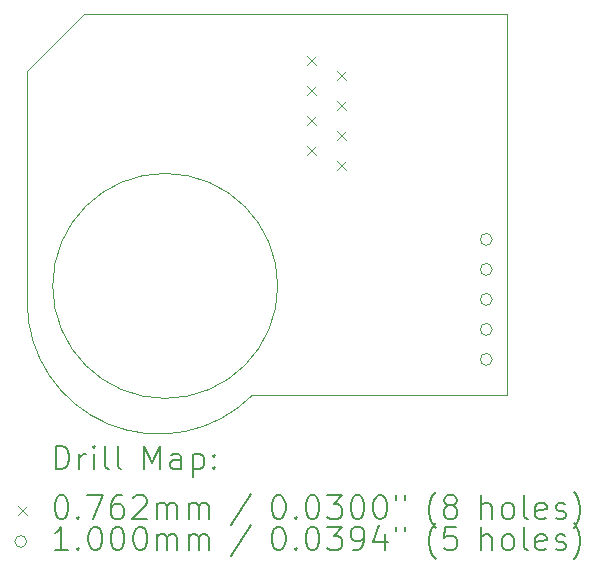
<source format=gbr>
%TF.GenerationSoftware,KiCad,Pcbnew,(7.0.0)*%
%TF.CreationDate,2023-04-04T21:04:00-04:00*%
%TF.ProjectId,StackLight,53746163-6b4c-4696-9768-742e6b696361,rev?*%
%TF.SameCoordinates,Original*%
%TF.FileFunction,Drillmap*%
%TF.FilePolarity,Positive*%
%FSLAX45Y45*%
G04 Gerber Fmt 4.5, Leading zero omitted, Abs format (unit mm)*
G04 Created by KiCad (PCBNEW (7.0.0)) date 2023-04-04 21:04:00*
%MOMM*%
%LPD*%
G01*
G04 APERTURE LIST*
%ADD10C,0.100000*%
%ADD11C,0.200000*%
%ADD12C,0.076200*%
G04 APERTURE END LIST*
D10*
X11506201Y-9931400D02*
G75*
G03*
X13411200Y-10718800I1115229J0D01*
G01*
X13627100Y-9791700D02*
G75*
G03*
X13627100Y-9791700I-952500J0D01*
G01*
X11506200Y-7975600D02*
X11506200Y-9931400D01*
X14478000Y-10718800D02*
X13411200Y-10718800D01*
X11988800Y-7493000D02*
X11506200Y-7975600D01*
X15570200Y-10718800D02*
X15570200Y-7493000D01*
X15570200Y-7493000D02*
X11988800Y-7493000D01*
X14478000Y-10718800D02*
X15570200Y-10718800D01*
D11*
D12*
X13874100Y-7845900D02*
X13950300Y-7922100D01*
X13950300Y-7845900D02*
X13874100Y-7922100D01*
X13874100Y-8099900D02*
X13950300Y-8176100D01*
X13950300Y-8099900D02*
X13874100Y-8176100D01*
X13874100Y-8353900D02*
X13950300Y-8430100D01*
X13950300Y-8353900D02*
X13874100Y-8430100D01*
X13874100Y-8607900D02*
X13950300Y-8684100D01*
X13950300Y-8607900D02*
X13874100Y-8684100D01*
X14128100Y-7972900D02*
X14204300Y-8049100D01*
X14204300Y-7972900D02*
X14128100Y-8049100D01*
X14128100Y-8226900D02*
X14204300Y-8303100D01*
X14204300Y-8226900D02*
X14128100Y-8303100D01*
X14128100Y-8480900D02*
X14204300Y-8557100D01*
X14204300Y-8480900D02*
X14128100Y-8557100D01*
X14128100Y-8734900D02*
X14204300Y-8811100D01*
X14204300Y-8734900D02*
X14128100Y-8811100D01*
D10*
X15442400Y-9398000D02*
G75*
G03*
X15442400Y-9398000I-50000J0D01*
G01*
X15442400Y-9652000D02*
G75*
G03*
X15442400Y-9652000I-50000J0D01*
G01*
X15442400Y-9906000D02*
G75*
G03*
X15442400Y-9906000I-50000J0D01*
G01*
X15442400Y-10160000D02*
G75*
G03*
X15442400Y-10160000I-50000J0D01*
G01*
X15442400Y-10414000D02*
G75*
G03*
X15442400Y-10414000I-50000J0D01*
G01*
D11*
X11748819Y-11345105D02*
X11748819Y-11145105D01*
X11748819Y-11145105D02*
X11796438Y-11145105D01*
X11796438Y-11145105D02*
X11825009Y-11154629D01*
X11825009Y-11154629D02*
X11844057Y-11173677D01*
X11844057Y-11173677D02*
X11853581Y-11192724D01*
X11853581Y-11192724D02*
X11863105Y-11230819D01*
X11863105Y-11230819D02*
X11863105Y-11259391D01*
X11863105Y-11259391D02*
X11853581Y-11297486D01*
X11853581Y-11297486D02*
X11844057Y-11316534D01*
X11844057Y-11316534D02*
X11825009Y-11335581D01*
X11825009Y-11335581D02*
X11796438Y-11345105D01*
X11796438Y-11345105D02*
X11748819Y-11345105D01*
X11948819Y-11345105D02*
X11948819Y-11211772D01*
X11948819Y-11249867D02*
X11958343Y-11230819D01*
X11958343Y-11230819D02*
X11967867Y-11221295D01*
X11967867Y-11221295D02*
X11986914Y-11211772D01*
X11986914Y-11211772D02*
X12005962Y-11211772D01*
X12072628Y-11345105D02*
X12072628Y-11211772D01*
X12072628Y-11145105D02*
X12063105Y-11154629D01*
X12063105Y-11154629D02*
X12072628Y-11164153D01*
X12072628Y-11164153D02*
X12082152Y-11154629D01*
X12082152Y-11154629D02*
X12072628Y-11145105D01*
X12072628Y-11145105D02*
X12072628Y-11164153D01*
X12196438Y-11345105D02*
X12177390Y-11335581D01*
X12177390Y-11335581D02*
X12167867Y-11316534D01*
X12167867Y-11316534D02*
X12167867Y-11145105D01*
X12301200Y-11345105D02*
X12282152Y-11335581D01*
X12282152Y-11335581D02*
X12272628Y-11316534D01*
X12272628Y-11316534D02*
X12272628Y-11145105D01*
X12497390Y-11345105D02*
X12497390Y-11145105D01*
X12497390Y-11145105D02*
X12564057Y-11287962D01*
X12564057Y-11287962D02*
X12630724Y-11145105D01*
X12630724Y-11145105D02*
X12630724Y-11345105D01*
X12811676Y-11345105D02*
X12811676Y-11240343D01*
X12811676Y-11240343D02*
X12802152Y-11221295D01*
X12802152Y-11221295D02*
X12783105Y-11211772D01*
X12783105Y-11211772D02*
X12745009Y-11211772D01*
X12745009Y-11211772D02*
X12725962Y-11221295D01*
X12811676Y-11335581D02*
X12792628Y-11345105D01*
X12792628Y-11345105D02*
X12745009Y-11345105D01*
X12745009Y-11345105D02*
X12725962Y-11335581D01*
X12725962Y-11335581D02*
X12716438Y-11316534D01*
X12716438Y-11316534D02*
X12716438Y-11297486D01*
X12716438Y-11297486D02*
X12725962Y-11278438D01*
X12725962Y-11278438D02*
X12745009Y-11268915D01*
X12745009Y-11268915D02*
X12792628Y-11268915D01*
X12792628Y-11268915D02*
X12811676Y-11259391D01*
X12906914Y-11211772D02*
X12906914Y-11411772D01*
X12906914Y-11221295D02*
X12925962Y-11211772D01*
X12925962Y-11211772D02*
X12964057Y-11211772D01*
X12964057Y-11211772D02*
X12983105Y-11221295D01*
X12983105Y-11221295D02*
X12992628Y-11230819D01*
X12992628Y-11230819D02*
X13002152Y-11249867D01*
X13002152Y-11249867D02*
X13002152Y-11307010D01*
X13002152Y-11307010D02*
X12992628Y-11326057D01*
X12992628Y-11326057D02*
X12983105Y-11335581D01*
X12983105Y-11335581D02*
X12964057Y-11345105D01*
X12964057Y-11345105D02*
X12925962Y-11345105D01*
X12925962Y-11345105D02*
X12906914Y-11335581D01*
X13087867Y-11326057D02*
X13097390Y-11335581D01*
X13097390Y-11335581D02*
X13087867Y-11345105D01*
X13087867Y-11345105D02*
X13078343Y-11335581D01*
X13078343Y-11335581D02*
X13087867Y-11326057D01*
X13087867Y-11326057D02*
X13087867Y-11345105D01*
X13087867Y-11221295D02*
X13097390Y-11230819D01*
X13097390Y-11230819D02*
X13087867Y-11240343D01*
X13087867Y-11240343D02*
X13078343Y-11230819D01*
X13078343Y-11230819D02*
X13087867Y-11221295D01*
X13087867Y-11221295D02*
X13087867Y-11240343D01*
D12*
X11425000Y-11653529D02*
X11501200Y-11729729D01*
X11501200Y-11653529D02*
X11425000Y-11729729D01*
D11*
X11786914Y-11565105D02*
X11805962Y-11565105D01*
X11805962Y-11565105D02*
X11825009Y-11574629D01*
X11825009Y-11574629D02*
X11834533Y-11584153D01*
X11834533Y-11584153D02*
X11844057Y-11603200D01*
X11844057Y-11603200D02*
X11853581Y-11641295D01*
X11853581Y-11641295D02*
X11853581Y-11688915D01*
X11853581Y-11688915D02*
X11844057Y-11727010D01*
X11844057Y-11727010D02*
X11834533Y-11746057D01*
X11834533Y-11746057D02*
X11825009Y-11755581D01*
X11825009Y-11755581D02*
X11805962Y-11765105D01*
X11805962Y-11765105D02*
X11786914Y-11765105D01*
X11786914Y-11765105D02*
X11767867Y-11755581D01*
X11767867Y-11755581D02*
X11758343Y-11746057D01*
X11758343Y-11746057D02*
X11748819Y-11727010D01*
X11748819Y-11727010D02*
X11739295Y-11688915D01*
X11739295Y-11688915D02*
X11739295Y-11641295D01*
X11739295Y-11641295D02*
X11748819Y-11603200D01*
X11748819Y-11603200D02*
X11758343Y-11584153D01*
X11758343Y-11584153D02*
X11767867Y-11574629D01*
X11767867Y-11574629D02*
X11786914Y-11565105D01*
X11939295Y-11746057D02*
X11948819Y-11755581D01*
X11948819Y-11755581D02*
X11939295Y-11765105D01*
X11939295Y-11765105D02*
X11929771Y-11755581D01*
X11929771Y-11755581D02*
X11939295Y-11746057D01*
X11939295Y-11746057D02*
X11939295Y-11765105D01*
X12015486Y-11565105D02*
X12148819Y-11565105D01*
X12148819Y-11565105D02*
X12063105Y-11765105D01*
X12310724Y-11565105D02*
X12272628Y-11565105D01*
X12272628Y-11565105D02*
X12253581Y-11574629D01*
X12253581Y-11574629D02*
X12244057Y-11584153D01*
X12244057Y-11584153D02*
X12225009Y-11612724D01*
X12225009Y-11612724D02*
X12215486Y-11650819D01*
X12215486Y-11650819D02*
X12215486Y-11727010D01*
X12215486Y-11727010D02*
X12225009Y-11746057D01*
X12225009Y-11746057D02*
X12234533Y-11755581D01*
X12234533Y-11755581D02*
X12253581Y-11765105D01*
X12253581Y-11765105D02*
X12291676Y-11765105D01*
X12291676Y-11765105D02*
X12310724Y-11755581D01*
X12310724Y-11755581D02*
X12320248Y-11746057D01*
X12320248Y-11746057D02*
X12329771Y-11727010D01*
X12329771Y-11727010D02*
X12329771Y-11679391D01*
X12329771Y-11679391D02*
X12320248Y-11660343D01*
X12320248Y-11660343D02*
X12310724Y-11650819D01*
X12310724Y-11650819D02*
X12291676Y-11641295D01*
X12291676Y-11641295D02*
X12253581Y-11641295D01*
X12253581Y-11641295D02*
X12234533Y-11650819D01*
X12234533Y-11650819D02*
X12225009Y-11660343D01*
X12225009Y-11660343D02*
X12215486Y-11679391D01*
X12405962Y-11584153D02*
X12415486Y-11574629D01*
X12415486Y-11574629D02*
X12434533Y-11565105D01*
X12434533Y-11565105D02*
X12482152Y-11565105D01*
X12482152Y-11565105D02*
X12501200Y-11574629D01*
X12501200Y-11574629D02*
X12510724Y-11584153D01*
X12510724Y-11584153D02*
X12520248Y-11603200D01*
X12520248Y-11603200D02*
X12520248Y-11622248D01*
X12520248Y-11622248D02*
X12510724Y-11650819D01*
X12510724Y-11650819D02*
X12396438Y-11765105D01*
X12396438Y-11765105D02*
X12520248Y-11765105D01*
X12605962Y-11765105D02*
X12605962Y-11631772D01*
X12605962Y-11650819D02*
X12615486Y-11641295D01*
X12615486Y-11641295D02*
X12634533Y-11631772D01*
X12634533Y-11631772D02*
X12663105Y-11631772D01*
X12663105Y-11631772D02*
X12682152Y-11641295D01*
X12682152Y-11641295D02*
X12691676Y-11660343D01*
X12691676Y-11660343D02*
X12691676Y-11765105D01*
X12691676Y-11660343D02*
X12701200Y-11641295D01*
X12701200Y-11641295D02*
X12720248Y-11631772D01*
X12720248Y-11631772D02*
X12748819Y-11631772D01*
X12748819Y-11631772D02*
X12767867Y-11641295D01*
X12767867Y-11641295D02*
X12777390Y-11660343D01*
X12777390Y-11660343D02*
X12777390Y-11765105D01*
X12872629Y-11765105D02*
X12872629Y-11631772D01*
X12872629Y-11650819D02*
X12882152Y-11641295D01*
X12882152Y-11641295D02*
X12901200Y-11631772D01*
X12901200Y-11631772D02*
X12929771Y-11631772D01*
X12929771Y-11631772D02*
X12948819Y-11641295D01*
X12948819Y-11641295D02*
X12958343Y-11660343D01*
X12958343Y-11660343D02*
X12958343Y-11765105D01*
X12958343Y-11660343D02*
X12967867Y-11641295D01*
X12967867Y-11641295D02*
X12986914Y-11631772D01*
X12986914Y-11631772D02*
X13015486Y-11631772D01*
X13015486Y-11631772D02*
X13034533Y-11641295D01*
X13034533Y-11641295D02*
X13044057Y-11660343D01*
X13044057Y-11660343D02*
X13044057Y-11765105D01*
X13402152Y-11555581D02*
X13230724Y-11812724D01*
X13626914Y-11565105D02*
X13645962Y-11565105D01*
X13645962Y-11565105D02*
X13665010Y-11574629D01*
X13665010Y-11574629D02*
X13674533Y-11584153D01*
X13674533Y-11584153D02*
X13684057Y-11603200D01*
X13684057Y-11603200D02*
X13693581Y-11641295D01*
X13693581Y-11641295D02*
X13693581Y-11688915D01*
X13693581Y-11688915D02*
X13684057Y-11727010D01*
X13684057Y-11727010D02*
X13674533Y-11746057D01*
X13674533Y-11746057D02*
X13665010Y-11755581D01*
X13665010Y-11755581D02*
X13645962Y-11765105D01*
X13645962Y-11765105D02*
X13626914Y-11765105D01*
X13626914Y-11765105D02*
X13607867Y-11755581D01*
X13607867Y-11755581D02*
X13598343Y-11746057D01*
X13598343Y-11746057D02*
X13588819Y-11727010D01*
X13588819Y-11727010D02*
X13579295Y-11688915D01*
X13579295Y-11688915D02*
X13579295Y-11641295D01*
X13579295Y-11641295D02*
X13588819Y-11603200D01*
X13588819Y-11603200D02*
X13598343Y-11584153D01*
X13598343Y-11584153D02*
X13607867Y-11574629D01*
X13607867Y-11574629D02*
X13626914Y-11565105D01*
X13779295Y-11746057D02*
X13788819Y-11755581D01*
X13788819Y-11755581D02*
X13779295Y-11765105D01*
X13779295Y-11765105D02*
X13769771Y-11755581D01*
X13769771Y-11755581D02*
X13779295Y-11746057D01*
X13779295Y-11746057D02*
X13779295Y-11765105D01*
X13912629Y-11565105D02*
X13931676Y-11565105D01*
X13931676Y-11565105D02*
X13950724Y-11574629D01*
X13950724Y-11574629D02*
X13960248Y-11584153D01*
X13960248Y-11584153D02*
X13969771Y-11603200D01*
X13969771Y-11603200D02*
X13979295Y-11641295D01*
X13979295Y-11641295D02*
X13979295Y-11688915D01*
X13979295Y-11688915D02*
X13969771Y-11727010D01*
X13969771Y-11727010D02*
X13960248Y-11746057D01*
X13960248Y-11746057D02*
X13950724Y-11755581D01*
X13950724Y-11755581D02*
X13931676Y-11765105D01*
X13931676Y-11765105D02*
X13912629Y-11765105D01*
X13912629Y-11765105D02*
X13893581Y-11755581D01*
X13893581Y-11755581D02*
X13884057Y-11746057D01*
X13884057Y-11746057D02*
X13874533Y-11727010D01*
X13874533Y-11727010D02*
X13865010Y-11688915D01*
X13865010Y-11688915D02*
X13865010Y-11641295D01*
X13865010Y-11641295D02*
X13874533Y-11603200D01*
X13874533Y-11603200D02*
X13884057Y-11584153D01*
X13884057Y-11584153D02*
X13893581Y-11574629D01*
X13893581Y-11574629D02*
X13912629Y-11565105D01*
X14045962Y-11565105D02*
X14169771Y-11565105D01*
X14169771Y-11565105D02*
X14103105Y-11641295D01*
X14103105Y-11641295D02*
X14131676Y-11641295D01*
X14131676Y-11641295D02*
X14150724Y-11650819D01*
X14150724Y-11650819D02*
X14160248Y-11660343D01*
X14160248Y-11660343D02*
X14169771Y-11679391D01*
X14169771Y-11679391D02*
X14169771Y-11727010D01*
X14169771Y-11727010D02*
X14160248Y-11746057D01*
X14160248Y-11746057D02*
X14150724Y-11755581D01*
X14150724Y-11755581D02*
X14131676Y-11765105D01*
X14131676Y-11765105D02*
X14074533Y-11765105D01*
X14074533Y-11765105D02*
X14055486Y-11755581D01*
X14055486Y-11755581D02*
X14045962Y-11746057D01*
X14293581Y-11565105D02*
X14312629Y-11565105D01*
X14312629Y-11565105D02*
X14331676Y-11574629D01*
X14331676Y-11574629D02*
X14341200Y-11584153D01*
X14341200Y-11584153D02*
X14350724Y-11603200D01*
X14350724Y-11603200D02*
X14360248Y-11641295D01*
X14360248Y-11641295D02*
X14360248Y-11688915D01*
X14360248Y-11688915D02*
X14350724Y-11727010D01*
X14350724Y-11727010D02*
X14341200Y-11746057D01*
X14341200Y-11746057D02*
X14331676Y-11755581D01*
X14331676Y-11755581D02*
X14312629Y-11765105D01*
X14312629Y-11765105D02*
X14293581Y-11765105D01*
X14293581Y-11765105D02*
X14274533Y-11755581D01*
X14274533Y-11755581D02*
X14265010Y-11746057D01*
X14265010Y-11746057D02*
X14255486Y-11727010D01*
X14255486Y-11727010D02*
X14245962Y-11688915D01*
X14245962Y-11688915D02*
X14245962Y-11641295D01*
X14245962Y-11641295D02*
X14255486Y-11603200D01*
X14255486Y-11603200D02*
X14265010Y-11584153D01*
X14265010Y-11584153D02*
X14274533Y-11574629D01*
X14274533Y-11574629D02*
X14293581Y-11565105D01*
X14484057Y-11565105D02*
X14503105Y-11565105D01*
X14503105Y-11565105D02*
X14522152Y-11574629D01*
X14522152Y-11574629D02*
X14531676Y-11584153D01*
X14531676Y-11584153D02*
X14541200Y-11603200D01*
X14541200Y-11603200D02*
X14550724Y-11641295D01*
X14550724Y-11641295D02*
X14550724Y-11688915D01*
X14550724Y-11688915D02*
X14541200Y-11727010D01*
X14541200Y-11727010D02*
X14531676Y-11746057D01*
X14531676Y-11746057D02*
X14522152Y-11755581D01*
X14522152Y-11755581D02*
X14503105Y-11765105D01*
X14503105Y-11765105D02*
X14484057Y-11765105D01*
X14484057Y-11765105D02*
X14465010Y-11755581D01*
X14465010Y-11755581D02*
X14455486Y-11746057D01*
X14455486Y-11746057D02*
X14445962Y-11727010D01*
X14445962Y-11727010D02*
X14436438Y-11688915D01*
X14436438Y-11688915D02*
X14436438Y-11641295D01*
X14436438Y-11641295D02*
X14445962Y-11603200D01*
X14445962Y-11603200D02*
X14455486Y-11584153D01*
X14455486Y-11584153D02*
X14465010Y-11574629D01*
X14465010Y-11574629D02*
X14484057Y-11565105D01*
X14626914Y-11565105D02*
X14626914Y-11603200D01*
X14703105Y-11565105D02*
X14703105Y-11603200D01*
X14965962Y-11841295D02*
X14956438Y-11831772D01*
X14956438Y-11831772D02*
X14937391Y-11803200D01*
X14937391Y-11803200D02*
X14927867Y-11784153D01*
X14927867Y-11784153D02*
X14918343Y-11755581D01*
X14918343Y-11755581D02*
X14908819Y-11707962D01*
X14908819Y-11707962D02*
X14908819Y-11669867D01*
X14908819Y-11669867D02*
X14918343Y-11622248D01*
X14918343Y-11622248D02*
X14927867Y-11593676D01*
X14927867Y-11593676D02*
X14937391Y-11574629D01*
X14937391Y-11574629D02*
X14956438Y-11546057D01*
X14956438Y-11546057D02*
X14965962Y-11536534D01*
X15070724Y-11650819D02*
X15051676Y-11641295D01*
X15051676Y-11641295D02*
X15042152Y-11631772D01*
X15042152Y-11631772D02*
X15032629Y-11612724D01*
X15032629Y-11612724D02*
X15032629Y-11603200D01*
X15032629Y-11603200D02*
X15042152Y-11584153D01*
X15042152Y-11584153D02*
X15051676Y-11574629D01*
X15051676Y-11574629D02*
X15070724Y-11565105D01*
X15070724Y-11565105D02*
X15108819Y-11565105D01*
X15108819Y-11565105D02*
X15127867Y-11574629D01*
X15127867Y-11574629D02*
X15137391Y-11584153D01*
X15137391Y-11584153D02*
X15146914Y-11603200D01*
X15146914Y-11603200D02*
X15146914Y-11612724D01*
X15146914Y-11612724D02*
X15137391Y-11631772D01*
X15137391Y-11631772D02*
X15127867Y-11641295D01*
X15127867Y-11641295D02*
X15108819Y-11650819D01*
X15108819Y-11650819D02*
X15070724Y-11650819D01*
X15070724Y-11650819D02*
X15051676Y-11660343D01*
X15051676Y-11660343D02*
X15042152Y-11669867D01*
X15042152Y-11669867D02*
X15032629Y-11688915D01*
X15032629Y-11688915D02*
X15032629Y-11727010D01*
X15032629Y-11727010D02*
X15042152Y-11746057D01*
X15042152Y-11746057D02*
X15051676Y-11755581D01*
X15051676Y-11755581D02*
X15070724Y-11765105D01*
X15070724Y-11765105D02*
X15108819Y-11765105D01*
X15108819Y-11765105D02*
X15127867Y-11755581D01*
X15127867Y-11755581D02*
X15137391Y-11746057D01*
X15137391Y-11746057D02*
X15146914Y-11727010D01*
X15146914Y-11727010D02*
X15146914Y-11688915D01*
X15146914Y-11688915D02*
X15137391Y-11669867D01*
X15137391Y-11669867D02*
X15127867Y-11660343D01*
X15127867Y-11660343D02*
X15108819Y-11650819D01*
X15352629Y-11765105D02*
X15352629Y-11565105D01*
X15438343Y-11765105D02*
X15438343Y-11660343D01*
X15438343Y-11660343D02*
X15428819Y-11641295D01*
X15428819Y-11641295D02*
X15409772Y-11631772D01*
X15409772Y-11631772D02*
X15381200Y-11631772D01*
X15381200Y-11631772D02*
X15362152Y-11641295D01*
X15362152Y-11641295D02*
X15352629Y-11650819D01*
X15562152Y-11765105D02*
X15543105Y-11755581D01*
X15543105Y-11755581D02*
X15533581Y-11746057D01*
X15533581Y-11746057D02*
X15524057Y-11727010D01*
X15524057Y-11727010D02*
X15524057Y-11669867D01*
X15524057Y-11669867D02*
X15533581Y-11650819D01*
X15533581Y-11650819D02*
X15543105Y-11641295D01*
X15543105Y-11641295D02*
X15562152Y-11631772D01*
X15562152Y-11631772D02*
X15590724Y-11631772D01*
X15590724Y-11631772D02*
X15609772Y-11641295D01*
X15609772Y-11641295D02*
X15619295Y-11650819D01*
X15619295Y-11650819D02*
X15628819Y-11669867D01*
X15628819Y-11669867D02*
X15628819Y-11727010D01*
X15628819Y-11727010D02*
X15619295Y-11746057D01*
X15619295Y-11746057D02*
X15609772Y-11755581D01*
X15609772Y-11755581D02*
X15590724Y-11765105D01*
X15590724Y-11765105D02*
X15562152Y-11765105D01*
X15743105Y-11765105D02*
X15724057Y-11755581D01*
X15724057Y-11755581D02*
X15714533Y-11736534D01*
X15714533Y-11736534D02*
X15714533Y-11565105D01*
X15895486Y-11755581D02*
X15876438Y-11765105D01*
X15876438Y-11765105D02*
X15838343Y-11765105D01*
X15838343Y-11765105D02*
X15819295Y-11755581D01*
X15819295Y-11755581D02*
X15809772Y-11736534D01*
X15809772Y-11736534D02*
X15809772Y-11660343D01*
X15809772Y-11660343D02*
X15819295Y-11641295D01*
X15819295Y-11641295D02*
X15838343Y-11631772D01*
X15838343Y-11631772D02*
X15876438Y-11631772D01*
X15876438Y-11631772D02*
X15895486Y-11641295D01*
X15895486Y-11641295D02*
X15905010Y-11660343D01*
X15905010Y-11660343D02*
X15905010Y-11679391D01*
X15905010Y-11679391D02*
X15809772Y-11698438D01*
X15981200Y-11755581D02*
X16000248Y-11765105D01*
X16000248Y-11765105D02*
X16038343Y-11765105D01*
X16038343Y-11765105D02*
X16057391Y-11755581D01*
X16057391Y-11755581D02*
X16066914Y-11736534D01*
X16066914Y-11736534D02*
X16066914Y-11727010D01*
X16066914Y-11727010D02*
X16057391Y-11707962D01*
X16057391Y-11707962D02*
X16038343Y-11698438D01*
X16038343Y-11698438D02*
X16009772Y-11698438D01*
X16009772Y-11698438D02*
X15990724Y-11688915D01*
X15990724Y-11688915D02*
X15981200Y-11669867D01*
X15981200Y-11669867D02*
X15981200Y-11660343D01*
X15981200Y-11660343D02*
X15990724Y-11641295D01*
X15990724Y-11641295D02*
X16009772Y-11631772D01*
X16009772Y-11631772D02*
X16038343Y-11631772D01*
X16038343Y-11631772D02*
X16057391Y-11641295D01*
X16133581Y-11841295D02*
X16143105Y-11831772D01*
X16143105Y-11831772D02*
X16162153Y-11803200D01*
X16162153Y-11803200D02*
X16171676Y-11784153D01*
X16171676Y-11784153D02*
X16181200Y-11755581D01*
X16181200Y-11755581D02*
X16190724Y-11707962D01*
X16190724Y-11707962D02*
X16190724Y-11669867D01*
X16190724Y-11669867D02*
X16181200Y-11622248D01*
X16181200Y-11622248D02*
X16171676Y-11593676D01*
X16171676Y-11593676D02*
X16162153Y-11574629D01*
X16162153Y-11574629D02*
X16143105Y-11546057D01*
X16143105Y-11546057D02*
X16133581Y-11536534D01*
D10*
X11501200Y-11955629D02*
G75*
G03*
X11501200Y-11955629I-50000J0D01*
G01*
D11*
X11853581Y-12029105D02*
X11739295Y-12029105D01*
X11796438Y-12029105D02*
X11796438Y-11829105D01*
X11796438Y-11829105D02*
X11777390Y-11857676D01*
X11777390Y-11857676D02*
X11758343Y-11876724D01*
X11758343Y-11876724D02*
X11739295Y-11886248D01*
X11939295Y-12010057D02*
X11948819Y-12019581D01*
X11948819Y-12019581D02*
X11939295Y-12029105D01*
X11939295Y-12029105D02*
X11929771Y-12019581D01*
X11929771Y-12019581D02*
X11939295Y-12010057D01*
X11939295Y-12010057D02*
X11939295Y-12029105D01*
X12072628Y-11829105D02*
X12091676Y-11829105D01*
X12091676Y-11829105D02*
X12110724Y-11838629D01*
X12110724Y-11838629D02*
X12120248Y-11848153D01*
X12120248Y-11848153D02*
X12129771Y-11867200D01*
X12129771Y-11867200D02*
X12139295Y-11905295D01*
X12139295Y-11905295D02*
X12139295Y-11952915D01*
X12139295Y-11952915D02*
X12129771Y-11991010D01*
X12129771Y-11991010D02*
X12120248Y-12010057D01*
X12120248Y-12010057D02*
X12110724Y-12019581D01*
X12110724Y-12019581D02*
X12091676Y-12029105D01*
X12091676Y-12029105D02*
X12072628Y-12029105D01*
X12072628Y-12029105D02*
X12053581Y-12019581D01*
X12053581Y-12019581D02*
X12044057Y-12010057D01*
X12044057Y-12010057D02*
X12034533Y-11991010D01*
X12034533Y-11991010D02*
X12025009Y-11952915D01*
X12025009Y-11952915D02*
X12025009Y-11905295D01*
X12025009Y-11905295D02*
X12034533Y-11867200D01*
X12034533Y-11867200D02*
X12044057Y-11848153D01*
X12044057Y-11848153D02*
X12053581Y-11838629D01*
X12053581Y-11838629D02*
X12072628Y-11829105D01*
X12263105Y-11829105D02*
X12282152Y-11829105D01*
X12282152Y-11829105D02*
X12301200Y-11838629D01*
X12301200Y-11838629D02*
X12310724Y-11848153D01*
X12310724Y-11848153D02*
X12320248Y-11867200D01*
X12320248Y-11867200D02*
X12329771Y-11905295D01*
X12329771Y-11905295D02*
X12329771Y-11952915D01*
X12329771Y-11952915D02*
X12320248Y-11991010D01*
X12320248Y-11991010D02*
X12310724Y-12010057D01*
X12310724Y-12010057D02*
X12301200Y-12019581D01*
X12301200Y-12019581D02*
X12282152Y-12029105D01*
X12282152Y-12029105D02*
X12263105Y-12029105D01*
X12263105Y-12029105D02*
X12244057Y-12019581D01*
X12244057Y-12019581D02*
X12234533Y-12010057D01*
X12234533Y-12010057D02*
X12225009Y-11991010D01*
X12225009Y-11991010D02*
X12215486Y-11952915D01*
X12215486Y-11952915D02*
X12215486Y-11905295D01*
X12215486Y-11905295D02*
X12225009Y-11867200D01*
X12225009Y-11867200D02*
X12234533Y-11848153D01*
X12234533Y-11848153D02*
X12244057Y-11838629D01*
X12244057Y-11838629D02*
X12263105Y-11829105D01*
X12453581Y-11829105D02*
X12472629Y-11829105D01*
X12472629Y-11829105D02*
X12491676Y-11838629D01*
X12491676Y-11838629D02*
X12501200Y-11848153D01*
X12501200Y-11848153D02*
X12510724Y-11867200D01*
X12510724Y-11867200D02*
X12520248Y-11905295D01*
X12520248Y-11905295D02*
X12520248Y-11952915D01*
X12520248Y-11952915D02*
X12510724Y-11991010D01*
X12510724Y-11991010D02*
X12501200Y-12010057D01*
X12501200Y-12010057D02*
X12491676Y-12019581D01*
X12491676Y-12019581D02*
X12472629Y-12029105D01*
X12472629Y-12029105D02*
X12453581Y-12029105D01*
X12453581Y-12029105D02*
X12434533Y-12019581D01*
X12434533Y-12019581D02*
X12425009Y-12010057D01*
X12425009Y-12010057D02*
X12415486Y-11991010D01*
X12415486Y-11991010D02*
X12405962Y-11952915D01*
X12405962Y-11952915D02*
X12405962Y-11905295D01*
X12405962Y-11905295D02*
X12415486Y-11867200D01*
X12415486Y-11867200D02*
X12425009Y-11848153D01*
X12425009Y-11848153D02*
X12434533Y-11838629D01*
X12434533Y-11838629D02*
X12453581Y-11829105D01*
X12605962Y-12029105D02*
X12605962Y-11895772D01*
X12605962Y-11914819D02*
X12615486Y-11905295D01*
X12615486Y-11905295D02*
X12634533Y-11895772D01*
X12634533Y-11895772D02*
X12663105Y-11895772D01*
X12663105Y-11895772D02*
X12682152Y-11905295D01*
X12682152Y-11905295D02*
X12691676Y-11924343D01*
X12691676Y-11924343D02*
X12691676Y-12029105D01*
X12691676Y-11924343D02*
X12701200Y-11905295D01*
X12701200Y-11905295D02*
X12720248Y-11895772D01*
X12720248Y-11895772D02*
X12748819Y-11895772D01*
X12748819Y-11895772D02*
X12767867Y-11905295D01*
X12767867Y-11905295D02*
X12777390Y-11924343D01*
X12777390Y-11924343D02*
X12777390Y-12029105D01*
X12872629Y-12029105D02*
X12872629Y-11895772D01*
X12872629Y-11914819D02*
X12882152Y-11905295D01*
X12882152Y-11905295D02*
X12901200Y-11895772D01*
X12901200Y-11895772D02*
X12929771Y-11895772D01*
X12929771Y-11895772D02*
X12948819Y-11905295D01*
X12948819Y-11905295D02*
X12958343Y-11924343D01*
X12958343Y-11924343D02*
X12958343Y-12029105D01*
X12958343Y-11924343D02*
X12967867Y-11905295D01*
X12967867Y-11905295D02*
X12986914Y-11895772D01*
X12986914Y-11895772D02*
X13015486Y-11895772D01*
X13015486Y-11895772D02*
X13034533Y-11905295D01*
X13034533Y-11905295D02*
X13044057Y-11924343D01*
X13044057Y-11924343D02*
X13044057Y-12029105D01*
X13402152Y-11819581D02*
X13230724Y-12076724D01*
X13626914Y-11829105D02*
X13645962Y-11829105D01*
X13645962Y-11829105D02*
X13665010Y-11838629D01*
X13665010Y-11838629D02*
X13674533Y-11848153D01*
X13674533Y-11848153D02*
X13684057Y-11867200D01*
X13684057Y-11867200D02*
X13693581Y-11905295D01*
X13693581Y-11905295D02*
X13693581Y-11952915D01*
X13693581Y-11952915D02*
X13684057Y-11991010D01*
X13684057Y-11991010D02*
X13674533Y-12010057D01*
X13674533Y-12010057D02*
X13665010Y-12019581D01*
X13665010Y-12019581D02*
X13645962Y-12029105D01*
X13645962Y-12029105D02*
X13626914Y-12029105D01*
X13626914Y-12029105D02*
X13607867Y-12019581D01*
X13607867Y-12019581D02*
X13598343Y-12010057D01*
X13598343Y-12010057D02*
X13588819Y-11991010D01*
X13588819Y-11991010D02*
X13579295Y-11952915D01*
X13579295Y-11952915D02*
X13579295Y-11905295D01*
X13579295Y-11905295D02*
X13588819Y-11867200D01*
X13588819Y-11867200D02*
X13598343Y-11848153D01*
X13598343Y-11848153D02*
X13607867Y-11838629D01*
X13607867Y-11838629D02*
X13626914Y-11829105D01*
X13779295Y-12010057D02*
X13788819Y-12019581D01*
X13788819Y-12019581D02*
X13779295Y-12029105D01*
X13779295Y-12029105D02*
X13769771Y-12019581D01*
X13769771Y-12019581D02*
X13779295Y-12010057D01*
X13779295Y-12010057D02*
X13779295Y-12029105D01*
X13912629Y-11829105D02*
X13931676Y-11829105D01*
X13931676Y-11829105D02*
X13950724Y-11838629D01*
X13950724Y-11838629D02*
X13960248Y-11848153D01*
X13960248Y-11848153D02*
X13969771Y-11867200D01*
X13969771Y-11867200D02*
X13979295Y-11905295D01*
X13979295Y-11905295D02*
X13979295Y-11952915D01*
X13979295Y-11952915D02*
X13969771Y-11991010D01*
X13969771Y-11991010D02*
X13960248Y-12010057D01*
X13960248Y-12010057D02*
X13950724Y-12019581D01*
X13950724Y-12019581D02*
X13931676Y-12029105D01*
X13931676Y-12029105D02*
X13912629Y-12029105D01*
X13912629Y-12029105D02*
X13893581Y-12019581D01*
X13893581Y-12019581D02*
X13884057Y-12010057D01*
X13884057Y-12010057D02*
X13874533Y-11991010D01*
X13874533Y-11991010D02*
X13865010Y-11952915D01*
X13865010Y-11952915D02*
X13865010Y-11905295D01*
X13865010Y-11905295D02*
X13874533Y-11867200D01*
X13874533Y-11867200D02*
X13884057Y-11848153D01*
X13884057Y-11848153D02*
X13893581Y-11838629D01*
X13893581Y-11838629D02*
X13912629Y-11829105D01*
X14045962Y-11829105D02*
X14169771Y-11829105D01*
X14169771Y-11829105D02*
X14103105Y-11905295D01*
X14103105Y-11905295D02*
X14131676Y-11905295D01*
X14131676Y-11905295D02*
X14150724Y-11914819D01*
X14150724Y-11914819D02*
X14160248Y-11924343D01*
X14160248Y-11924343D02*
X14169771Y-11943391D01*
X14169771Y-11943391D02*
X14169771Y-11991010D01*
X14169771Y-11991010D02*
X14160248Y-12010057D01*
X14160248Y-12010057D02*
X14150724Y-12019581D01*
X14150724Y-12019581D02*
X14131676Y-12029105D01*
X14131676Y-12029105D02*
X14074533Y-12029105D01*
X14074533Y-12029105D02*
X14055486Y-12019581D01*
X14055486Y-12019581D02*
X14045962Y-12010057D01*
X14265010Y-12029105D02*
X14303105Y-12029105D01*
X14303105Y-12029105D02*
X14322152Y-12019581D01*
X14322152Y-12019581D02*
X14331676Y-12010057D01*
X14331676Y-12010057D02*
X14350724Y-11981486D01*
X14350724Y-11981486D02*
X14360248Y-11943391D01*
X14360248Y-11943391D02*
X14360248Y-11867200D01*
X14360248Y-11867200D02*
X14350724Y-11848153D01*
X14350724Y-11848153D02*
X14341200Y-11838629D01*
X14341200Y-11838629D02*
X14322152Y-11829105D01*
X14322152Y-11829105D02*
X14284057Y-11829105D01*
X14284057Y-11829105D02*
X14265010Y-11838629D01*
X14265010Y-11838629D02*
X14255486Y-11848153D01*
X14255486Y-11848153D02*
X14245962Y-11867200D01*
X14245962Y-11867200D02*
X14245962Y-11914819D01*
X14245962Y-11914819D02*
X14255486Y-11933867D01*
X14255486Y-11933867D02*
X14265010Y-11943391D01*
X14265010Y-11943391D02*
X14284057Y-11952915D01*
X14284057Y-11952915D02*
X14322152Y-11952915D01*
X14322152Y-11952915D02*
X14341200Y-11943391D01*
X14341200Y-11943391D02*
X14350724Y-11933867D01*
X14350724Y-11933867D02*
X14360248Y-11914819D01*
X14531676Y-11895772D02*
X14531676Y-12029105D01*
X14484057Y-11819581D02*
X14436438Y-11962438D01*
X14436438Y-11962438D02*
X14560248Y-11962438D01*
X14626914Y-11829105D02*
X14626914Y-11867200D01*
X14703105Y-11829105D02*
X14703105Y-11867200D01*
X14965962Y-12105295D02*
X14956438Y-12095772D01*
X14956438Y-12095772D02*
X14937391Y-12067200D01*
X14937391Y-12067200D02*
X14927867Y-12048153D01*
X14927867Y-12048153D02*
X14918343Y-12019581D01*
X14918343Y-12019581D02*
X14908819Y-11971962D01*
X14908819Y-11971962D02*
X14908819Y-11933867D01*
X14908819Y-11933867D02*
X14918343Y-11886248D01*
X14918343Y-11886248D02*
X14927867Y-11857676D01*
X14927867Y-11857676D02*
X14937391Y-11838629D01*
X14937391Y-11838629D02*
X14956438Y-11810057D01*
X14956438Y-11810057D02*
X14965962Y-11800534D01*
X15137391Y-11829105D02*
X15042152Y-11829105D01*
X15042152Y-11829105D02*
X15032629Y-11924343D01*
X15032629Y-11924343D02*
X15042152Y-11914819D01*
X15042152Y-11914819D02*
X15061200Y-11905295D01*
X15061200Y-11905295D02*
X15108819Y-11905295D01*
X15108819Y-11905295D02*
X15127867Y-11914819D01*
X15127867Y-11914819D02*
X15137391Y-11924343D01*
X15137391Y-11924343D02*
X15146914Y-11943391D01*
X15146914Y-11943391D02*
X15146914Y-11991010D01*
X15146914Y-11991010D02*
X15137391Y-12010057D01*
X15137391Y-12010057D02*
X15127867Y-12019581D01*
X15127867Y-12019581D02*
X15108819Y-12029105D01*
X15108819Y-12029105D02*
X15061200Y-12029105D01*
X15061200Y-12029105D02*
X15042152Y-12019581D01*
X15042152Y-12019581D02*
X15032629Y-12010057D01*
X15352629Y-12029105D02*
X15352629Y-11829105D01*
X15438343Y-12029105D02*
X15438343Y-11924343D01*
X15438343Y-11924343D02*
X15428819Y-11905295D01*
X15428819Y-11905295D02*
X15409772Y-11895772D01*
X15409772Y-11895772D02*
X15381200Y-11895772D01*
X15381200Y-11895772D02*
X15362152Y-11905295D01*
X15362152Y-11905295D02*
X15352629Y-11914819D01*
X15562152Y-12029105D02*
X15543105Y-12019581D01*
X15543105Y-12019581D02*
X15533581Y-12010057D01*
X15533581Y-12010057D02*
X15524057Y-11991010D01*
X15524057Y-11991010D02*
X15524057Y-11933867D01*
X15524057Y-11933867D02*
X15533581Y-11914819D01*
X15533581Y-11914819D02*
X15543105Y-11905295D01*
X15543105Y-11905295D02*
X15562152Y-11895772D01*
X15562152Y-11895772D02*
X15590724Y-11895772D01*
X15590724Y-11895772D02*
X15609772Y-11905295D01*
X15609772Y-11905295D02*
X15619295Y-11914819D01*
X15619295Y-11914819D02*
X15628819Y-11933867D01*
X15628819Y-11933867D02*
X15628819Y-11991010D01*
X15628819Y-11991010D02*
X15619295Y-12010057D01*
X15619295Y-12010057D02*
X15609772Y-12019581D01*
X15609772Y-12019581D02*
X15590724Y-12029105D01*
X15590724Y-12029105D02*
X15562152Y-12029105D01*
X15743105Y-12029105D02*
X15724057Y-12019581D01*
X15724057Y-12019581D02*
X15714533Y-12000534D01*
X15714533Y-12000534D02*
X15714533Y-11829105D01*
X15895486Y-12019581D02*
X15876438Y-12029105D01*
X15876438Y-12029105D02*
X15838343Y-12029105D01*
X15838343Y-12029105D02*
X15819295Y-12019581D01*
X15819295Y-12019581D02*
X15809772Y-12000534D01*
X15809772Y-12000534D02*
X15809772Y-11924343D01*
X15809772Y-11924343D02*
X15819295Y-11905295D01*
X15819295Y-11905295D02*
X15838343Y-11895772D01*
X15838343Y-11895772D02*
X15876438Y-11895772D01*
X15876438Y-11895772D02*
X15895486Y-11905295D01*
X15895486Y-11905295D02*
X15905010Y-11924343D01*
X15905010Y-11924343D02*
X15905010Y-11943391D01*
X15905010Y-11943391D02*
X15809772Y-11962438D01*
X15981200Y-12019581D02*
X16000248Y-12029105D01*
X16000248Y-12029105D02*
X16038343Y-12029105D01*
X16038343Y-12029105D02*
X16057391Y-12019581D01*
X16057391Y-12019581D02*
X16066914Y-12000534D01*
X16066914Y-12000534D02*
X16066914Y-11991010D01*
X16066914Y-11991010D02*
X16057391Y-11971962D01*
X16057391Y-11971962D02*
X16038343Y-11962438D01*
X16038343Y-11962438D02*
X16009772Y-11962438D01*
X16009772Y-11962438D02*
X15990724Y-11952915D01*
X15990724Y-11952915D02*
X15981200Y-11933867D01*
X15981200Y-11933867D02*
X15981200Y-11924343D01*
X15981200Y-11924343D02*
X15990724Y-11905295D01*
X15990724Y-11905295D02*
X16009772Y-11895772D01*
X16009772Y-11895772D02*
X16038343Y-11895772D01*
X16038343Y-11895772D02*
X16057391Y-11905295D01*
X16133581Y-12105295D02*
X16143105Y-12095772D01*
X16143105Y-12095772D02*
X16162153Y-12067200D01*
X16162153Y-12067200D02*
X16171676Y-12048153D01*
X16171676Y-12048153D02*
X16181200Y-12019581D01*
X16181200Y-12019581D02*
X16190724Y-11971962D01*
X16190724Y-11971962D02*
X16190724Y-11933867D01*
X16190724Y-11933867D02*
X16181200Y-11886248D01*
X16181200Y-11886248D02*
X16171676Y-11857676D01*
X16171676Y-11857676D02*
X16162153Y-11838629D01*
X16162153Y-11838629D02*
X16143105Y-11810057D01*
X16143105Y-11810057D02*
X16133581Y-11800534D01*
M02*

</source>
